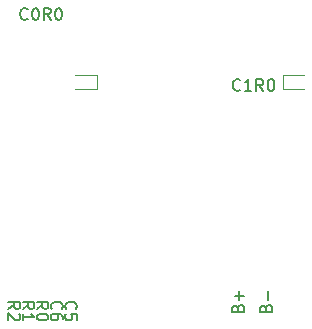
<source format=gbr>
%TF.GenerationSoftware,KiCad,Pcbnew,(7.0.0-0)*%
%TF.CreationDate,2023-02-20T17:02:08+08:00*%
%TF.ProjectId,test,74657374-2e6b-4696-9361-645f70636258,v1.0.0*%
%TF.SameCoordinates,Original*%
%TF.FileFunction,Legend,Bot*%
%TF.FilePolarity,Positive*%
%FSLAX46Y46*%
G04 Gerber Fmt 4.6, Leading zero omitted, Abs format (unit mm)*
G04 Created by KiCad (PCBNEW (7.0.0-0)) date 2023-02-20 17:02:08*
%MOMM*%
%LPD*%
G01*
G04 APERTURE LIST*
%ADD10C,0.150000*%
%ADD11C,0.120000*%
G04 APERTURE END LIST*
D10*
%TO.C,S1*%
X-1142857Y19727857D02*
X-1190476Y19680238D01*
X-1190476Y19680238D02*
X-1333333Y19632619D01*
X-1333333Y19632619D02*
X-1428571Y19632619D01*
X-1428571Y19632619D02*
X-1571428Y19680238D01*
X-1571428Y19680238D02*
X-1666666Y19775476D01*
X-1666666Y19775476D02*
X-1714285Y19870714D01*
X-1714285Y19870714D02*
X-1761904Y20061190D01*
X-1761904Y20061190D02*
X-1761904Y20204047D01*
X-1761904Y20204047D02*
X-1714285Y20394523D01*
X-1714285Y20394523D02*
X-1666666Y20489761D01*
X-1666666Y20489761D02*
X-1571428Y20585000D01*
X-1571428Y20585000D02*
X-1428571Y20632619D01*
X-1428571Y20632619D02*
X-1333333Y20632619D01*
X-1333333Y20632619D02*
X-1190476Y20585000D01*
X-1190476Y20585000D02*
X-1142857Y20537380D01*
X-523809Y20632619D02*
X-428571Y20632619D01*
X-428571Y20632619D02*
X-333333Y20585000D01*
X-333333Y20585000D02*
X-285714Y20537380D01*
X-285714Y20537380D02*
X-238095Y20442142D01*
X-238095Y20442142D02*
X-190476Y20251666D01*
X-190476Y20251666D02*
X-190476Y20013571D01*
X-190476Y20013571D02*
X-238095Y19823095D01*
X-238095Y19823095D02*
X-285714Y19727857D01*
X-285714Y19727857D02*
X-333333Y19680238D01*
X-333333Y19680238D02*
X-428571Y19632619D01*
X-428571Y19632619D02*
X-523809Y19632619D01*
X-523809Y19632619D02*
X-619047Y19680238D01*
X-619047Y19680238D02*
X-666666Y19727857D01*
X-666666Y19727857D02*
X-714285Y19823095D01*
X-714285Y19823095D02*
X-761904Y20013571D01*
X-761904Y20013571D02*
X-761904Y20251666D01*
X-761904Y20251666D02*
X-714285Y20442142D01*
X-714285Y20442142D02*
X-666666Y20537380D01*
X-666666Y20537380D02*
X-619047Y20585000D01*
X-619047Y20585000D02*
X-523809Y20632619D01*
X809523Y19632619D02*
X476190Y20108809D01*
X238095Y19632619D02*
X238095Y20632619D01*
X238095Y20632619D02*
X619047Y20632619D01*
X619047Y20632619D02*
X714285Y20585000D01*
X714285Y20585000D02*
X761904Y20537380D01*
X761904Y20537380D02*
X809523Y20442142D01*
X809523Y20442142D02*
X809523Y20299285D01*
X809523Y20299285D02*
X761904Y20204047D01*
X761904Y20204047D02*
X714285Y20156428D01*
X714285Y20156428D02*
X619047Y20108809D01*
X619047Y20108809D02*
X238095Y20108809D01*
X1428571Y20632619D02*
X1523809Y20632619D01*
X1523809Y20632619D02*
X1619047Y20585000D01*
X1619047Y20585000D02*
X1666666Y20537380D01*
X1666666Y20537380D02*
X1714285Y20442142D01*
X1714285Y20442142D02*
X1761904Y20251666D01*
X1761904Y20251666D02*
X1761904Y20013571D01*
X1761904Y20013571D02*
X1714285Y19823095D01*
X1714285Y19823095D02*
X1666666Y19727857D01*
X1666666Y19727857D02*
X1619047Y19680238D01*
X1619047Y19680238D02*
X1523809Y19632619D01*
X1523809Y19632619D02*
X1428571Y19632619D01*
X1428571Y19632619D02*
X1333333Y19680238D01*
X1333333Y19680238D02*
X1285714Y19727857D01*
X1285714Y19727857D02*
X1238095Y19823095D01*
X1238095Y19823095D02*
X1190476Y20013571D01*
X1190476Y20013571D02*
X1190476Y20251666D01*
X1190476Y20251666D02*
X1238095Y20442142D01*
X1238095Y20442142D02*
X1285714Y20537380D01*
X1285714Y20537380D02*
X1333333Y20585000D01*
X1333333Y20585000D02*
X1428571Y20632619D01*
%TO.C,S2*%
X16857142Y13727857D02*
X16809523Y13680238D01*
X16809523Y13680238D02*
X16666666Y13632619D01*
X16666666Y13632619D02*
X16571428Y13632619D01*
X16571428Y13632619D02*
X16428571Y13680238D01*
X16428571Y13680238D02*
X16333333Y13775476D01*
X16333333Y13775476D02*
X16285714Y13870714D01*
X16285714Y13870714D02*
X16238095Y14061190D01*
X16238095Y14061190D02*
X16238095Y14204047D01*
X16238095Y14204047D02*
X16285714Y14394523D01*
X16285714Y14394523D02*
X16333333Y14489761D01*
X16333333Y14489761D02*
X16428571Y14585000D01*
X16428571Y14585000D02*
X16571428Y14632619D01*
X16571428Y14632619D02*
X16666666Y14632619D01*
X16666666Y14632619D02*
X16809523Y14585000D01*
X16809523Y14585000D02*
X16857142Y14537380D01*
X17809523Y13632619D02*
X17238095Y13632619D01*
X17523809Y13632619D02*
X17523809Y14632619D01*
X17523809Y14632619D02*
X17428571Y14489761D01*
X17428571Y14489761D02*
X17333333Y14394523D01*
X17333333Y14394523D02*
X17238095Y14346904D01*
X18809523Y13632619D02*
X18476190Y14108809D01*
X18238095Y13632619D02*
X18238095Y14632619D01*
X18238095Y14632619D02*
X18619047Y14632619D01*
X18619047Y14632619D02*
X18714285Y14585000D01*
X18714285Y14585000D02*
X18761904Y14537380D01*
X18761904Y14537380D02*
X18809523Y14442142D01*
X18809523Y14442142D02*
X18809523Y14299285D01*
X18809523Y14299285D02*
X18761904Y14204047D01*
X18761904Y14204047D02*
X18714285Y14156428D01*
X18714285Y14156428D02*
X18619047Y14108809D01*
X18619047Y14108809D02*
X18238095Y14108809D01*
X19428571Y14632619D02*
X19523809Y14632619D01*
X19523809Y14632619D02*
X19619047Y14585000D01*
X19619047Y14585000D02*
X19666666Y14537380D01*
X19666666Y14537380D02*
X19714285Y14442142D01*
X19714285Y14442142D02*
X19761904Y14251666D01*
X19761904Y14251666D02*
X19761904Y14013571D01*
X19761904Y14013571D02*
X19714285Y13823095D01*
X19714285Y13823095D02*
X19666666Y13727857D01*
X19666666Y13727857D02*
X19619047Y13680238D01*
X19619047Y13680238D02*
X19523809Y13632619D01*
X19523809Y13632619D02*
X19428571Y13632619D01*
X19428571Y13632619D02*
X19333333Y13680238D01*
X19333333Y13680238D02*
X19285714Y13727857D01*
X19285714Y13727857D02*
X19238095Y13823095D01*
X19238095Y13823095D02*
X19190476Y14013571D01*
X19190476Y14013571D02*
X19190476Y14251666D01*
X19190476Y14251666D02*
X19238095Y14442142D01*
X19238095Y14442142D02*
X19285714Y14537380D01*
X19285714Y14537380D02*
X19333333Y14585000D01*
X19333333Y14585000D02*
X19428571Y14632619D01*
%TO.C,JC1*%
X-2767380Y-4833333D02*
X-2291190Y-4500000D01*
X-2767380Y-4261905D02*
X-1767380Y-4261905D01*
X-1767380Y-4261905D02*
X-1767380Y-4642857D01*
X-1767380Y-4642857D02*
X-1815000Y-4738095D01*
X-1815000Y-4738095D02*
X-1862619Y-4785714D01*
X-1862619Y-4785714D02*
X-1957857Y-4833333D01*
X-1957857Y-4833333D02*
X-2100714Y-4833333D01*
X-2100714Y-4833333D02*
X-2195952Y-4785714D01*
X-2195952Y-4785714D02*
X-2243571Y-4738095D01*
X-2243571Y-4738095D02*
X-2291190Y-4642857D01*
X-2291190Y-4642857D02*
X-2291190Y-4261905D01*
X-1862619Y-5214286D02*
X-1815000Y-5261905D01*
X-1815000Y-5261905D02*
X-1767380Y-5357143D01*
X-1767380Y-5357143D02*
X-1767380Y-5595238D01*
X-1767380Y-5595238D02*
X-1815000Y-5690476D01*
X-1815000Y-5690476D02*
X-1862619Y-5738095D01*
X-1862619Y-5738095D02*
X-1957857Y-5785714D01*
X-1957857Y-5785714D02*
X-2053095Y-5785714D01*
X-2053095Y-5785714D02*
X-2195952Y-5738095D01*
X-2195952Y-5738095D02*
X-2767380Y-5166667D01*
X-2767380Y-5166667D02*
X-2767380Y-5785714D01*
X-1567380Y-4833333D02*
X-1091190Y-4500000D01*
X-1567380Y-4261905D02*
X-567380Y-4261905D01*
X-567380Y-4261905D02*
X-567380Y-4642857D01*
X-567380Y-4642857D02*
X-615000Y-4738095D01*
X-615000Y-4738095D02*
X-662619Y-4785714D01*
X-662619Y-4785714D02*
X-757857Y-4833333D01*
X-757857Y-4833333D02*
X-900714Y-4833333D01*
X-900714Y-4833333D02*
X-995952Y-4785714D01*
X-995952Y-4785714D02*
X-1043571Y-4738095D01*
X-1043571Y-4738095D02*
X-1091190Y-4642857D01*
X-1091190Y-4642857D02*
X-1091190Y-4261905D01*
X-1567380Y-5785714D02*
X-1567380Y-5214286D01*
X-1567380Y-5500000D02*
X-567380Y-5500000D01*
X-567380Y-5500000D02*
X-710238Y-5404762D01*
X-710238Y-5404762D02*
X-805476Y-5309524D01*
X-805476Y-5309524D02*
X-853095Y-5214286D01*
X-367380Y-4833333D02*
X108809Y-4500000D01*
X-367380Y-4261905D02*
X632619Y-4261905D01*
X632619Y-4261905D02*
X632619Y-4642857D01*
X632619Y-4642857D02*
X585000Y-4738095D01*
X585000Y-4738095D02*
X537380Y-4785714D01*
X537380Y-4785714D02*
X442142Y-4833333D01*
X442142Y-4833333D02*
X299285Y-4833333D01*
X299285Y-4833333D02*
X204047Y-4785714D01*
X204047Y-4785714D02*
X156428Y-4738095D01*
X156428Y-4738095D02*
X108809Y-4642857D01*
X108809Y-4642857D02*
X108809Y-4261905D01*
X632619Y-5452381D02*
X632619Y-5547619D01*
X632619Y-5547619D02*
X585000Y-5642857D01*
X585000Y-5642857D02*
X537380Y-5690476D01*
X537380Y-5690476D02*
X442142Y-5738095D01*
X442142Y-5738095D02*
X251666Y-5785714D01*
X251666Y-5785714D02*
X13571Y-5785714D01*
X13571Y-5785714D02*
X-176904Y-5738095D01*
X-176904Y-5738095D02*
X-272142Y-5690476D01*
X-272142Y-5690476D02*
X-319761Y-5642857D01*
X-319761Y-5642857D02*
X-367380Y-5547619D01*
X-367380Y-5547619D02*
X-367380Y-5452381D01*
X-367380Y-5452381D02*
X-319761Y-5357143D01*
X-319761Y-5357143D02*
X-272142Y-5309524D01*
X-272142Y-5309524D02*
X-176904Y-5261905D01*
X-176904Y-5261905D02*
X13571Y-5214286D01*
X13571Y-5214286D02*
X251666Y-5214286D01*
X251666Y-5214286D02*
X442142Y-5261905D01*
X442142Y-5261905D02*
X537380Y-5309524D01*
X537380Y-5309524D02*
X585000Y-5357143D01*
X585000Y-5357143D02*
X632619Y-5452381D01*
X927857Y-4833333D02*
X880238Y-4785714D01*
X880238Y-4785714D02*
X832619Y-4642857D01*
X832619Y-4642857D02*
X832619Y-4547619D01*
X832619Y-4547619D02*
X880238Y-4404762D01*
X880238Y-4404762D02*
X975476Y-4309524D01*
X975476Y-4309524D02*
X1070714Y-4261905D01*
X1070714Y-4261905D02*
X1261190Y-4214286D01*
X1261190Y-4214286D02*
X1404047Y-4214286D01*
X1404047Y-4214286D02*
X1594523Y-4261905D01*
X1594523Y-4261905D02*
X1689761Y-4309524D01*
X1689761Y-4309524D02*
X1785000Y-4404762D01*
X1785000Y-4404762D02*
X1832619Y-4547619D01*
X1832619Y-4547619D02*
X1832619Y-4642857D01*
X1832619Y-4642857D02*
X1785000Y-4785714D01*
X1785000Y-4785714D02*
X1737380Y-4833333D01*
X1832619Y-5690476D02*
X1832619Y-5500000D01*
X1832619Y-5500000D02*
X1785000Y-5404762D01*
X1785000Y-5404762D02*
X1737380Y-5357143D01*
X1737380Y-5357143D02*
X1594523Y-5261905D01*
X1594523Y-5261905D02*
X1404047Y-5214286D01*
X1404047Y-5214286D02*
X1023095Y-5214286D01*
X1023095Y-5214286D02*
X927857Y-5261905D01*
X927857Y-5261905D02*
X880238Y-5309524D01*
X880238Y-5309524D02*
X832619Y-5404762D01*
X832619Y-5404762D02*
X832619Y-5595238D01*
X832619Y-5595238D02*
X880238Y-5690476D01*
X880238Y-5690476D02*
X927857Y-5738095D01*
X927857Y-5738095D02*
X1023095Y-5785714D01*
X1023095Y-5785714D02*
X1261190Y-5785714D01*
X1261190Y-5785714D02*
X1356428Y-5738095D01*
X1356428Y-5738095D02*
X1404047Y-5690476D01*
X1404047Y-5690476D02*
X1451666Y-5595238D01*
X1451666Y-5595238D02*
X1451666Y-5404762D01*
X1451666Y-5404762D02*
X1404047Y-5309524D01*
X1404047Y-5309524D02*
X1356428Y-5261905D01*
X1356428Y-5261905D02*
X1261190Y-5214286D01*
X2127857Y-4833333D02*
X2080238Y-4785714D01*
X2080238Y-4785714D02*
X2032619Y-4642857D01*
X2032619Y-4642857D02*
X2032619Y-4547619D01*
X2032619Y-4547619D02*
X2080238Y-4404762D01*
X2080238Y-4404762D02*
X2175476Y-4309524D01*
X2175476Y-4309524D02*
X2270714Y-4261905D01*
X2270714Y-4261905D02*
X2461190Y-4214286D01*
X2461190Y-4214286D02*
X2604047Y-4214286D01*
X2604047Y-4214286D02*
X2794523Y-4261905D01*
X2794523Y-4261905D02*
X2889761Y-4309524D01*
X2889761Y-4309524D02*
X2985000Y-4404762D01*
X2985000Y-4404762D02*
X3032619Y-4547619D01*
X3032619Y-4547619D02*
X3032619Y-4642857D01*
X3032619Y-4642857D02*
X2985000Y-4785714D01*
X2985000Y-4785714D02*
X2937380Y-4833333D01*
X3032619Y-5738095D02*
X3032619Y-5261905D01*
X3032619Y-5261905D02*
X2556428Y-5214286D01*
X2556428Y-5214286D02*
X2604047Y-5261905D01*
X2604047Y-5261905D02*
X2651666Y-5357143D01*
X2651666Y-5357143D02*
X2651666Y-5595238D01*
X2651666Y-5595238D02*
X2604047Y-5690476D01*
X2604047Y-5690476D02*
X2556428Y-5738095D01*
X2556428Y-5738095D02*
X2461190Y-5785714D01*
X2461190Y-5785714D02*
X2223095Y-5785714D01*
X2223095Y-5785714D02*
X2127857Y-5738095D01*
X2127857Y-5738095D02*
X2080238Y-5690476D01*
X2080238Y-5690476D02*
X2032619Y-5595238D01*
X2032619Y-5595238D02*
X2032619Y-5357143D01*
X2032619Y-5357143D02*
X2080238Y-5261905D01*
X2080238Y-5261905D02*
X2127857Y-5214286D01*
%TO.C,JB1*%
X16643571Y-4747618D02*
X16691190Y-4604761D01*
X16691190Y-4604761D02*
X16738809Y-4557142D01*
X16738809Y-4557142D02*
X16834047Y-4509523D01*
X16834047Y-4509523D02*
X16976904Y-4509523D01*
X16976904Y-4509523D02*
X17072142Y-4557142D01*
X17072142Y-4557142D02*
X17119761Y-4604761D01*
X17119761Y-4604761D02*
X17167380Y-4699999D01*
X17167380Y-4699999D02*
X17167380Y-5080951D01*
X17167380Y-5080951D02*
X16167380Y-5080951D01*
X16167380Y-5080951D02*
X16167380Y-4747618D01*
X16167380Y-4747618D02*
X16215000Y-4652380D01*
X16215000Y-4652380D02*
X16262619Y-4604761D01*
X16262619Y-4604761D02*
X16357857Y-4557142D01*
X16357857Y-4557142D02*
X16453095Y-4557142D01*
X16453095Y-4557142D02*
X16548333Y-4604761D01*
X16548333Y-4604761D02*
X16595952Y-4652380D01*
X16595952Y-4652380D02*
X16643571Y-4747618D01*
X16643571Y-4747618D02*
X16643571Y-5080951D01*
X16786428Y-4080951D02*
X16786428Y-3319047D01*
X17167380Y-3699999D02*
X16405476Y-3699999D01*
X19043571Y-4747618D02*
X19091190Y-4604761D01*
X19091190Y-4604761D02*
X19138809Y-4557142D01*
X19138809Y-4557142D02*
X19234047Y-4509523D01*
X19234047Y-4509523D02*
X19376904Y-4509523D01*
X19376904Y-4509523D02*
X19472142Y-4557142D01*
X19472142Y-4557142D02*
X19519761Y-4604761D01*
X19519761Y-4604761D02*
X19567380Y-4699999D01*
X19567380Y-4699999D02*
X19567380Y-5080951D01*
X19567380Y-5080951D02*
X18567380Y-5080951D01*
X18567380Y-5080951D02*
X18567380Y-4747618D01*
X18567380Y-4747618D02*
X18615000Y-4652380D01*
X18615000Y-4652380D02*
X18662619Y-4604761D01*
X18662619Y-4604761D02*
X18757857Y-4557142D01*
X18757857Y-4557142D02*
X18853095Y-4557142D01*
X18853095Y-4557142D02*
X18948333Y-4604761D01*
X18948333Y-4604761D02*
X18995952Y-4652380D01*
X18995952Y-4652380D02*
X19043571Y-4747618D01*
X19043571Y-4747618D02*
X19043571Y-5080951D01*
X19186428Y-4080951D02*
X19186428Y-3319047D01*
D11*
%TO.C,D1*%
X2900000Y15000000D02*
X4750000Y15000000D01*
X2900000Y13800000D02*
X4750000Y13800000D01*
X4750000Y13800000D02*
X4750000Y15000000D01*
%TO.C,D2*%
X22300000Y13800000D02*
X20450000Y13800000D01*
X22300000Y15000000D02*
X20450000Y15000000D01*
X20450000Y15000000D02*
X20450000Y13800000D01*
%TD*%
M02*

</source>
